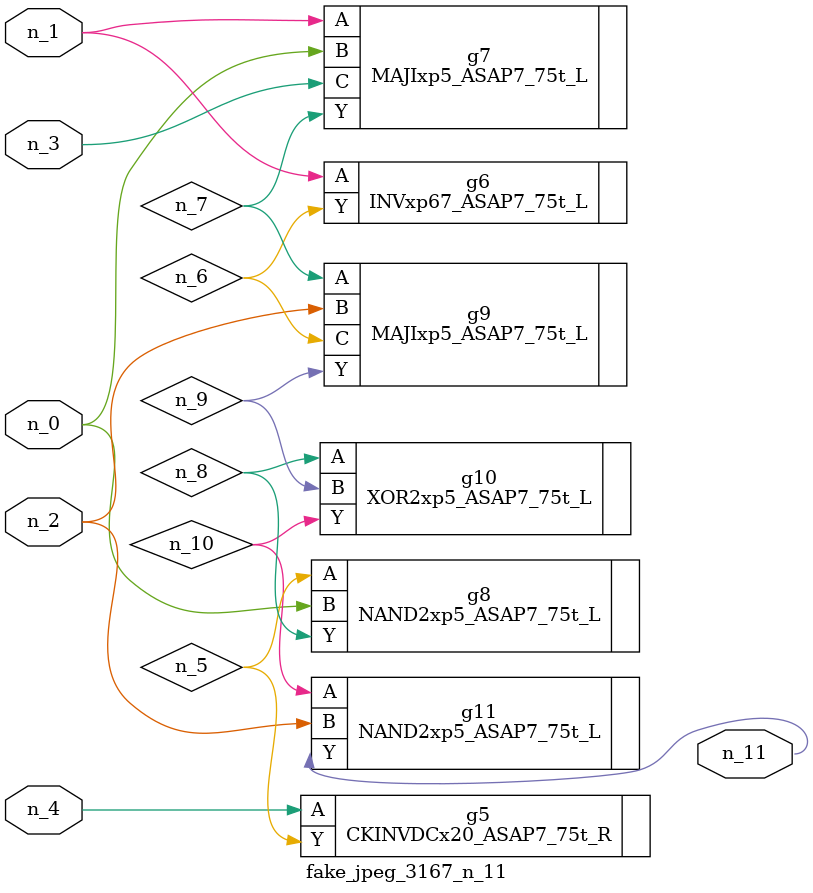
<source format=v>
module fake_jpeg_3167_n_11 (n_3, n_2, n_1, n_0, n_4, n_11);

input n_3;
input n_2;
input n_1;
input n_0;
input n_4;

output n_11;

wire n_10;
wire n_8;
wire n_9;
wire n_6;
wire n_5;
wire n_7;

CKINVDCx20_ASAP7_75t_R g5 ( 
.A(n_4),
.Y(n_5)
);

INVxp67_ASAP7_75t_L g6 ( 
.A(n_1),
.Y(n_6)
);

MAJIxp5_ASAP7_75t_L g7 ( 
.A(n_1),
.B(n_0),
.C(n_3),
.Y(n_7)
);

NAND2xp5_ASAP7_75t_L g8 ( 
.A(n_5),
.B(n_0),
.Y(n_8)
);

XOR2xp5_ASAP7_75t_L g10 ( 
.A(n_8),
.B(n_9),
.Y(n_10)
);

MAJIxp5_ASAP7_75t_L g9 ( 
.A(n_7),
.B(n_2),
.C(n_6),
.Y(n_9)
);

NAND2xp5_ASAP7_75t_L g11 ( 
.A(n_10),
.B(n_2),
.Y(n_11)
);


endmodule
</source>
